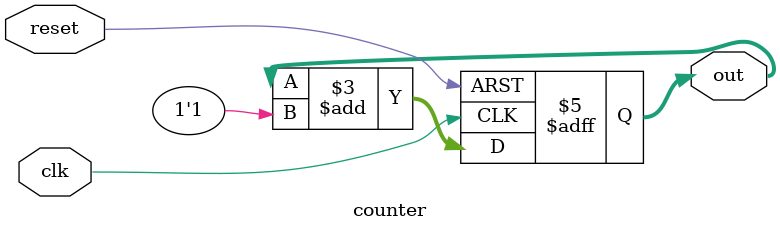
<source format=v>
module counter(clk, reset, out);

input clk, reset;
output reg[3:0] out = 0;

always@(posedge clk, negedge reset) begin
	if(~reset)
		out <= 0;
	else
		// 1'b1 -- 1 digit in decimal and value.
		out <= out + 1'b1;
end

endmodule

</source>
